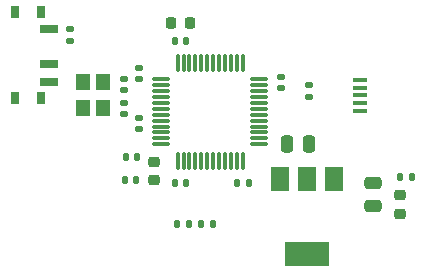
<source format=gbr>
%TF.GenerationSoftware,KiCad,Pcbnew,(6.0.7)*%
%TF.CreationDate,2022-08-14T12:50:59+03:00*%
%TF.ProjectId,STM32F103C8T6,53544d33-3246-4313-9033-433854362e6b,rev?*%
%TF.SameCoordinates,Original*%
%TF.FileFunction,Paste,Top*%
%TF.FilePolarity,Positive*%
%FSLAX46Y46*%
G04 Gerber Fmt 4.6, Leading zero omitted, Abs format (unit mm)*
G04 Created by KiCad (PCBNEW (6.0.7)) date 2022-08-14 12:50:59*
%MOMM*%
%LPD*%
G01*
G04 APERTURE LIST*
G04 Aperture macros list*
%AMRoundRect*
0 Rectangle with rounded corners*
0 $1 Rounding radius*
0 $2 $3 $4 $5 $6 $7 $8 $9 X,Y pos of 4 corners*
0 Add a 4 corners polygon primitive as box body*
4,1,4,$2,$3,$4,$5,$6,$7,$8,$9,$2,$3,0*
0 Add four circle primitives for the rounded corners*
1,1,$1+$1,$2,$3*
1,1,$1+$1,$4,$5*
1,1,$1+$1,$6,$7*
1,1,$1+$1,$8,$9*
0 Add four rect primitives between the rounded corners*
20,1,$1+$1,$2,$3,$4,$5,0*
20,1,$1+$1,$4,$5,$6,$7,0*
20,1,$1+$1,$6,$7,$8,$9,0*
20,1,$1+$1,$8,$9,$2,$3,0*%
G04 Aperture macros list end*
%ADD10RoundRect,0.135000X-0.185000X0.135000X-0.185000X-0.135000X0.185000X-0.135000X0.185000X0.135000X0*%
%ADD11RoundRect,0.135000X-0.135000X-0.185000X0.135000X-0.185000X0.135000X0.185000X-0.135000X0.185000X0*%
%ADD12RoundRect,0.140000X0.140000X0.170000X-0.140000X0.170000X-0.140000X-0.170000X0.140000X-0.170000X0*%
%ADD13RoundRect,0.218750X-0.256250X0.218750X-0.256250X-0.218750X0.256250X-0.218750X0.256250X0.218750X0*%
%ADD14RoundRect,0.225000X-0.225000X-0.250000X0.225000X-0.250000X0.225000X0.250000X-0.225000X0.250000X0*%
%ADD15RoundRect,0.140000X0.170000X-0.140000X0.170000X0.140000X-0.170000X0.140000X-0.170000X-0.140000X0*%
%ADD16R,0.800000X1.000000*%
%ADD17R,1.500000X0.700000*%
%ADD18RoundRect,0.135000X0.185000X-0.135000X0.185000X0.135000X-0.185000X0.135000X-0.185000X-0.135000X0*%
%ADD19RoundRect,0.250000X-0.250000X-0.475000X0.250000X-0.475000X0.250000X0.475000X-0.250000X0.475000X0*%
%ADD20RoundRect,0.140000X-0.170000X0.140000X-0.170000X-0.140000X0.170000X-0.140000X0.170000X0.140000X0*%
%ADD21R,1.200000X1.400000*%
%ADD22RoundRect,0.075000X-0.662500X-0.075000X0.662500X-0.075000X0.662500X0.075000X-0.662500X0.075000X0*%
%ADD23RoundRect,0.075000X-0.075000X-0.662500X0.075000X-0.662500X0.075000X0.662500X-0.075000X0.662500X0*%
%ADD24RoundRect,0.140000X-0.140000X-0.170000X0.140000X-0.170000X0.140000X0.170000X-0.140000X0.170000X0*%
%ADD25R,1.300000X0.450000*%
%ADD26RoundRect,0.218750X0.256250X-0.218750X0.256250X0.218750X-0.256250X0.218750X-0.256250X-0.218750X0*%
%ADD27R,1.500000X2.000000*%
%ADD28R,3.800000X2.000000*%
%ADD29RoundRect,0.250000X0.475000X-0.250000X0.475000X0.250000X-0.475000X0.250000X-0.475000X-0.250000X0*%
%ADD30RoundRect,0.135000X0.135000X0.185000X-0.135000X0.185000X-0.135000X-0.185000X0.135000X-0.185000X0*%
G04 APERTURE END LIST*
D10*
%TO.C,R5*%
X106875000Y-69240000D03*
X106875000Y-70260000D03*
%TD*%
D11*
%TO.C,R1*%
X114580000Y-77010000D03*
X115600000Y-77010000D03*
%TD*%
D12*
%TO.C,C7*%
X101760000Y-77500000D03*
X100800000Y-77500000D03*
%TD*%
%TO.C,C12*%
X92300000Y-75350000D03*
X91340000Y-75350000D03*
%TD*%
D13*
%TO.C,D1*%
X114610000Y-78542500D03*
X114610000Y-80117500D03*
%TD*%
D14*
%TO.C,C3*%
X95225000Y-64000000D03*
X96775000Y-64000000D03*
%TD*%
D15*
%TO.C,C4*%
X92500000Y-68750000D03*
X92500000Y-67790000D03*
%TD*%
%TO.C,C11*%
X92500000Y-72960000D03*
X92500000Y-72000000D03*
%TD*%
D16*
%TO.C,SW1*%
X84180000Y-63050000D03*
X81970000Y-70350000D03*
X84180000Y-70350000D03*
X81970000Y-63050000D03*
D17*
X84830000Y-64450000D03*
X84830000Y-67450000D03*
X84830000Y-68950000D03*
%TD*%
D18*
%TO.C,R4*%
X86614000Y-65536000D03*
X86614000Y-64516000D03*
%TD*%
D19*
%TO.C,C1*%
X104980000Y-74190000D03*
X106880000Y-74190000D03*
%TD*%
D20*
%TO.C,C8*%
X104500000Y-68540000D03*
X104500000Y-69500000D03*
%TD*%
D21*
%TO.C,Y1*%
X87750000Y-69000000D03*
X87750000Y-71200000D03*
X89450000Y-71200000D03*
X89450000Y-69000000D03*
%TD*%
D22*
%TO.C,U2*%
X94337500Y-68750000D03*
X94337500Y-69250000D03*
X94337500Y-69750000D03*
X94337500Y-70250000D03*
X94337500Y-70750000D03*
X94337500Y-71250000D03*
X94337500Y-71750000D03*
X94337500Y-72250000D03*
X94337500Y-72750000D03*
X94337500Y-73250000D03*
X94337500Y-73750000D03*
X94337500Y-74250000D03*
D23*
X95750000Y-75662500D03*
X96250000Y-75662500D03*
X96750000Y-75662500D03*
X97250000Y-75662500D03*
X97750000Y-75662500D03*
X98250000Y-75662500D03*
X98750000Y-75662500D03*
X99250000Y-75662500D03*
X99750000Y-75662500D03*
X100250000Y-75662500D03*
X100750000Y-75662500D03*
X101250000Y-75662500D03*
D22*
X102662500Y-74250000D03*
X102662500Y-73750000D03*
X102662500Y-73250000D03*
X102662500Y-72750000D03*
X102662500Y-72250000D03*
X102662500Y-71750000D03*
X102662500Y-71250000D03*
X102662500Y-70750000D03*
X102662500Y-70250000D03*
X102662500Y-69750000D03*
X102662500Y-69250000D03*
X102662500Y-68750000D03*
D23*
X101250000Y-67337500D03*
X100750000Y-67337500D03*
X100250000Y-67337500D03*
X99750000Y-67337500D03*
X99250000Y-67337500D03*
X98750000Y-67337500D03*
X98250000Y-67337500D03*
X97750000Y-67337500D03*
X97250000Y-67337500D03*
X96750000Y-67337500D03*
X96250000Y-67337500D03*
X95750000Y-67337500D03*
%TD*%
D12*
%TO.C,C13*%
X92260000Y-77250000D03*
X91300000Y-77250000D03*
%TD*%
D24*
%TO.C,C6*%
X95520000Y-77500000D03*
X96480000Y-77500000D03*
%TD*%
D25*
%TO.C,J4*%
X111150000Y-71400000D03*
X111150000Y-70750000D03*
X111150000Y-70100000D03*
X111150000Y-69450000D03*
X111150000Y-68800000D03*
%TD*%
D15*
%TO.C,C5*%
X91200000Y-69660000D03*
X91200000Y-68700000D03*
%TD*%
D26*
%TO.C,FB1*%
X93750000Y-77287500D03*
X93750000Y-75712500D03*
%TD*%
D27*
%TO.C,U1*%
X108980000Y-77216000D03*
D28*
X106680000Y-83516000D03*
D27*
X106680000Y-77216000D03*
X104380000Y-77216000D03*
%TD*%
D24*
%TO.C,C10*%
X95520000Y-65500000D03*
X96480000Y-65500000D03*
%TD*%
D29*
%TO.C,C2*%
X112268000Y-79436000D03*
X112268000Y-77536000D03*
%TD*%
D15*
%TO.C,C9*%
X91200000Y-71680000D03*
X91200000Y-70720000D03*
%TD*%
D30*
%TO.C,R2*%
X96700000Y-81000000D03*
X95680000Y-81000000D03*
%TD*%
D11*
%TO.C,R3*%
X97690000Y-81000000D03*
X98710000Y-81000000D03*
%TD*%
M02*

</source>
